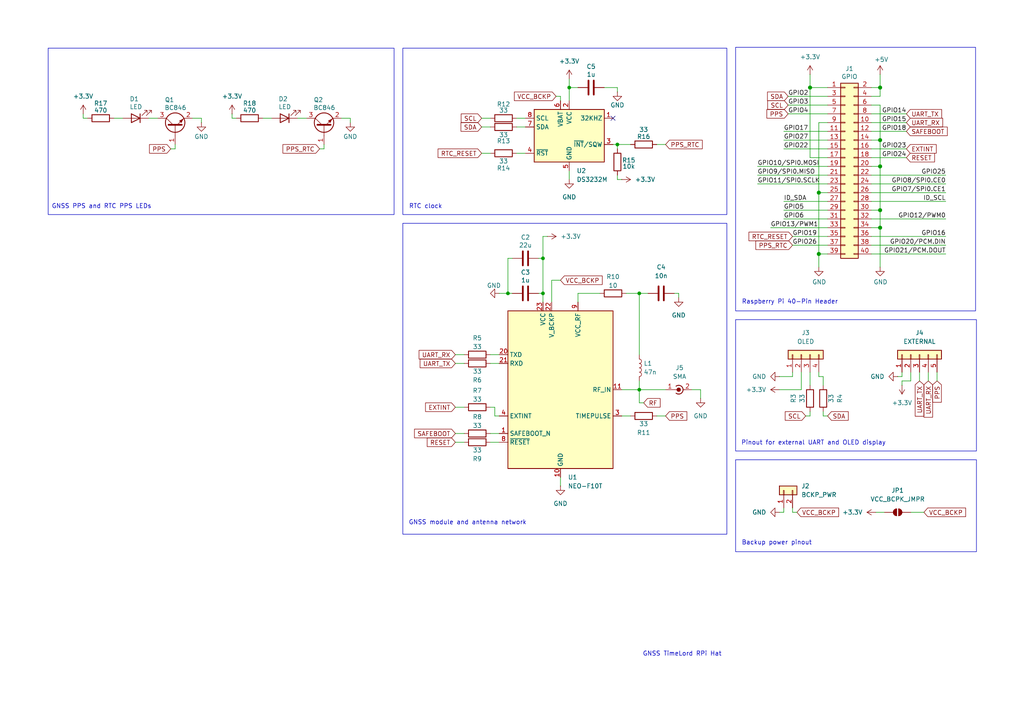
<source format=kicad_sch>
(kicad_sch (version 20250114) (generator "eeschema") (generator_version "9.0")
  (paper "A4")
  (title_block (date "15 nov 2012"))
  (lib_symbols
    (symbol "Connector:Conn_Coaxial_Power" (pin_names (offset 1.016) (hide yes))
      (property "Reference" "J" (at -5.08 -1.27 90))
      (property "Value" "Conn_Coaxial_Power" (at -3.175 -1.27 90))
      (symbol "Conn_Coaxial_Power_0_1"
        (arc (start 1.016 -0.508) (mid 1.2048 -0.8684) (end 1.27 -1.27) (stroke (width 0.254)))
        (polyline (pts (xy 0 0) (xy 0 -1.27)))
        (arc (start 1.27 -1.27) (mid 0 -2.5345) (end -1.27 -1.27) (stroke (width 0.254)))
        (arc (start -1.27 -1.27) (mid -1.2048 -0.8684) (end -1.016 -0.508) (stroke (width 0.254)))
        (circle (center 0 -1.27) (radius 0.508) (stroke (width 0.2032)) (fill (type outline)))
        (polyline (pts (xy 0 -2.54) (xy 0 -3.048)))
      )
      (symbol "Conn_Coaxial_Power_1_1"
        (pin passive line (at 0 2.54 270) (length 2.54) (name "In") (number "1"))
        (pin passive line (at 0 -5.08 90) (length 2.54) (name "Ext") (number "2"))
      )
    )
    (symbol "Connector_Generic:Conn_01x02" (pin_names (offset 1.016) (hide yes))
      (property "Reference" "J" (at 0 2.54 0))
      (property "Value" "Conn_01x02" (at 0 -5.08 0))
      (symbol "Conn_01x02_1_1"
        (rectangle (start -1.27 1.27) (end 1.27 -3.81) (stroke (width 0.254)) (fill (type background)))
        (rectangle (start -1.27 0.127) (end 0 -0.127) (stroke (width 0.1524)))
        (rectangle (start -1.27 -2.413) (end 0 -2.667) (stroke (width 0.1524)))
        (pin passive line (at -5.08 0 0) (length 3.81) (name "Pin_1") (number "1"))
        (pin passive line (at -5.08 -2.54 0) (length 3.81) (name "Pin_2") (number "2"))
      )
    )
    (symbol "Connector_Generic:Conn_01x04" (pin_names (offset 1.016) (hide yes))
      (property "Reference" "J" (at 0 5.08 0))
      (property "Value" "Conn_01x04" (at 0 -7.62 0))
      (symbol "Conn_01x04_1_1"
        (rectangle (start -1.27 3.81) (end 1.27 -6.35) (stroke (width 0.254)) (fill (type background)))
        (rectangle (start -1.27 2.667) (end 0 2.413) (stroke (width 0.1524)))
        (rectangle (start -1.27 0.127) (end 0 -0.127) (stroke (width 0.1524)))
        (rectangle (start -1.27 -2.413) (end 0 -2.667) (stroke (width 0.1524)))
        (rectangle (start -1.27 -4.953) (end 0 -5.207) (stroke (width 0.1524)))
        (pin passive line (at -5.08 2.54 0) (length 3.81) (name "Pin_1") (number "1"))
        (pin passive line (at -5.08 0 0) (length 3.81) (name "Pin_2") (number "2"))
        (pin passive line (at -5.08 -2.54 0) (length 3.81) (name "Pin_3") (number "3"))
        (pin passive line (at -5.08 -5.08 0) (length 3.81) (name "Pin_4") (number "4"))
      )
    )
    (symbol "Connector_Generic:Conn_01x05" (pin_names (offset 1.016) (hide yes))
      (property "Reference" "J" (at 0 7.62 0))
      (property "Value" "Conn_01x05" (at 0 -7.62 0))
      (symbol "Conn_01x05_1_1"
        (rectangle (start -1.27 6.35) (end 1.27 -6.35) (stroke (width 0.254)) (fill (type background)))
        (rectangle (start -1.27 5.207) (end 0 4.953) (stroke (width 0.1524)))
        (rectangle (start -1.27 2.667) (end 0 2.413) (stroke (width 0.1524)))
        (rectangle (start -1.27 0.127) (end 0 -0.127) (stroke (width 0.1524)))
        (rectangle (start -1.27 -2.413) (end 0 -2.667) (stroke (width 0.1524)))
        (rectangle (start -1.27 -4.953) (end 0 -5.207) (stroke (width 0.1524)))
        (pin passive line (at -5.08 5.08 0) (length 3.81) (name "Pin_1") (number "1"))
        (pin passive line (at -5.08 2.54 0) (length 3.81) (name "Pin_2") (number "2"))
        (pin passive line (at -5.08 0 0) (length 3.81) (name "Pin_3") (number "3"))
        (pin passive line (at -5.08 -2.54 0) (length 3.81) (name "Pin_4") (number "4"))
        (pin passive line (at -5.08 -5.08 0) (length 3.81) (name "Pin_5") (number "5"))
      )
    )
    (symbol "Connector_Generic:Conn_02x20_Odd_Even" (pin_names (offset 1.016) (hide yes))
      (property "Reference" "J" (at 1.27 25.4 0))
      (property "Value" "Conn_02x20_Odd_Even" (at 1.27 -27.94 0))
      (symbol "Conn_02x20_Odd_Even_1_1"
        (rectangle (start -1.27 24.13) (end 3.81 -26.67) (stroke (width 0.254)) (fill (type background)))
        (rectangle (start -1.27 22.987) (end 0 22.733) (stroke (width 0.1524)))
        (rectangle (start -1.27 20.447) (end 0 20.193) (stroke (width 0.1524)))
        (rectangle (start -1.27 17.907) (end 0 17.653) (stroke (width 0.1524)))
        (rectangle (start -1.27 15.367) (end 0 15.113) (stroke (width 0.1524)))
        (rectangle (start -1.27 12.827) (end 0 12.573) (stroke (width 0.1524)))
        (rectangle (start -1.27 10.287) (end 0 10.033) (stroke (width 0.1524)))
        (rectangle (start -1.27 7.747) (end 0 7.493) (stroke (width 0.1524)))
        (rectangle (start -1.27 5.207) (end 0 4.953) (stroke (width 0.1524)))
        (rectangle (start -1.27 2.667) (end 0 2.413) (stroke (width 0.1524)))
        (rectangle (start -1.27 0.127) (end 0 -0.127) (stroke (width 0.1524)))
        (rectangle (start -1.27 -2.413) (end 0 -2.667) (stroke (width 0.1524)))
        (rectangle (start -1.27 -4.953) (end 0 -5.207) (stroke (width 0.1524)))
        (rectangle (start -1.27 -7.493) (end 0 -7.747) (stroke (width 0.1524)))
        (rectangle (start -1.27 -10.033) (end 0 -10.287) (stroke (width 0.1524)))
        (rectangle (start -1.27 -12.573) (end 0 -12.827) (stroke (width 0.1524)))
        (rectangle (start -1.27 -15.113) (end 0 -15.367) (stroke (width 0.1524)))
        (rectangle (start -1.27 -17.653) (end 0 -17.907) (stroke (width 0.1524)))
        (rectangle (start -1.27 -20.193) (end 0 -20.447) (stroke (width 0.1524)))
        (rectangle (start -1.27 -22.733) (end 0 -22.987) (stroke (width 0.1524)))
        (rectangle (start -1.27 -25.273) (end 0 -25.527) (stroke (width 0.1524)))
        (rectangle (start 3.81 22.987) (end 2.54 22.733) (stroke (width 0.1524)))
        (rectangle (start 3.81 20.447) (end 2.54 20.193) (stroke (width 0.1524)))
        (rectangle (start 3.81 17.907) (end 2.54 17.653) (stroke (width 0.1524)))
        (rectangle (start 3.81 15.367) (end 2.54 15.113) (stroke (width 0.1524)))
        (rectangle (start 3.81 12.827) (end 2.54 12.573) (stroke (width 0.1524)))
        (rectangle (start 3.81 10.287) (end 2.54 10.033) (stroke (width 0.1524)))
        (rectangle (start 3.81 7.747) (end 2.54 7.493) (stroke (width 0.1524)))
        (rectangle (start 3.81 5.207) (end 2.54 4.953) (stroke (width 0.1524)))
        (rectangle (start 3.81 2.667) (end 2.54 2.413) (stroke (width 0.1524)))
        (rectangle (start 3.81 0.127) (end 2.54 -0.127) (stroke (width 0.1524)))
        (rectangle (start 3.81 -2.413) (end 2.54 -2.667) (stroke (width 0.1524)))
        (rectangle (start 3.81 -4.953) (end 2.54 -5.207) (stroke (width 0.1524)))
        (rectangle (start 3.81 -7.493) (end 2.54 -7.747) (stroke (width 0.1524)))
        (rectangle (start 3.81 -10.033) (end 2.54 -10.287) (stroke (width 0.1524)))
        (rectangle (start 3.81 -12.573) (end 2.54 -12.827) (stroke (width 0.1524)))
        (rectangle (start 3.81 -15.113) (end 2.54 -15.367) (stroke (width 0.1524)))
        (rectangle (start 3.81 -17.653) (end 2.54 -17.907) (stroke (width 0.1524)))
        (rectangle (start 3.81 -20.193) (end 2.54 -20.447) (stroke (width 0.1524)))
        (rectangle (start 3.81 -22.733) (end 2.54 -22.987) (stroke (width 0.1524)))
        (rectangle (start 3.81 -25.273) (end 2.54 -25.527) (stroke (width 0.1524)))
        (pin passive line (at -5.08 22.86 0) (length 3.81) (name "Pin_1") (number "1"))
        (pin passive line (at -5.08 20.32 0) (length 3.81) (name "Pin_3") (number "3"))
        (pin passive line (at -5.08 17.78 0) (length 3.81) (name "Pin_5") (number "5"))
        (pin passive line (at -5.08 15.24 0) (length 3.81) (name "Pin_7") (number "7"))
        (pin passive line (at -5.08 12.7 0) (length 3.81) (name "Pin_9") (number "9"))
        (pin passive line (at -5.08 10.16 0) (length 3.81) (name "Pin_11") (number "11"))
        (pin passive line (at -5.08 7.62 0) (length 3.81) (name "Pin_13") (number "13"))
        (pin passive line (at -5.08 5.08 0) (length 3.81) (name "Pin_15") (number "15"))
        (pin passive line (at -5.08 2.54 0) (length 3.81) (name "Pin_17") (number "17"))
        (pin passive line (at -5.08 0 0) (length 3.81) (name "Pin_19") (number "19"))
        (pin passive line (at -5.08 -2.54 0) (length 3.81) (name "Pin_21") (number "21"))
        (pin passive line (at -5.08 -5.08 0) (length 3.81) (name "Pin_23") (number "23"))
        (pin passive line (at -5.08 -7.62 0) (length 3.81) (name "Pin_25") (number "25"))
        (pin passive line (at -5.08 -10.16 0) (length 3.81) (name "Pin_27") (number "27"))
        (pin passive line (at -5.08 -12.7 0) (length 3.81) (name "Pin_29") (number "29"))
        (pin passive line (at -5.08 -15.24 0) (length 3.81) (name "Pin_31") (number "31"))
        (pin passive line (at -5.08 -17.78 0) (length 3.81) (name "Pin_33") (number "33"))
        (pin passive line (at -5.08 -20.32 0) (length 3.81) (name "Pin_35") (number "35"))
        (pin passive line (at -5.08 -22.86 0) (length 3.81) (name "Pin_37") (number "37"))
        (pin passive line (at -5.08 -25.4 0) (length 3.81) (name "Pin_39") (number "39"))
        (pin passive line (at 7.62 22.86 180) (length 3.81) (name "Pin_2") (number "2"))
        (pin passive line (at 7.62 20.32 180) (length 3.81) (name "Pin_4") (number "4"))
        (pin passive line (at 7.62 17.78 180) (length 3.81) (name "Pin_6") (number "6"))
        (pin passive line (at 7.62 15.24 180) (length 3.81) (name "Pin_8") (number "8"))
        (pin passive line (at 7.62 12.7 180) (length 3.81) (name "Pin_10") (number "10"))
        (pin passive line (at 7.62 10.16 180) (length 3.81) (name "Pin_12") (number "12"))
        (pin passive line (at 7.62 7.62 180) (length 3.81) (name "Pin_14") (number "14"))
        (pin passive line (at 7.62 5.08 180) (length 3.81) (name "Pin_16") (number "16"))
        (pin passive line (at 7.62 2.54 180) (length 3.81) (name "Pin_18") (number "18"))
        (pin passive line (at 7.62 0 180) (length 3.81) (name "Pin_20") (number "20"))
        (pin passive line (at 7.62 -2.54 180) (length 3.81) (name "Pin_22") (number "22"))
        (pin passive line (at 7.62 -5.08 180) (length 3.81) (name "Pin_24") (number "24"))
        (pin passive line (at 7.62 -7.62 180) (length 3.81) (name "Pin_26") (number "26"))
        (pin passive line (at 7.62 -10.16 180) (length 3.81) (name "Pin_28") (number "28"))
        (pin passive line (at 7.62 -12.7 180) (length 3.81) (name "Pin_30") (number "30"))
        (pin passive line (at 7.62 -15.24 180) (length 3.81) (name "Pin_32") (number "32"))
        (pin passive line (at 7.62 -17.78 180) (length 3.81) (name "Pin_34") (number "34"))
        (pin passive line (at 7.62 -20.32 180) (length 3.81) (name "Pin_36") (number "36"))
        (pin passive line (at 7.62 -22.86 180) (length 3.81) (name "Pin_38") (number "38"))
        (pin passive line (at 7.62 -25.4 180) (length 3.81) (name "Pin_40") (number "40"))
      )
    )
    (symbol "Device:C" (pin_numbers (hide yes)) (pin_names (offset 0.254))
      (property "Reference" "C" (at 0.635 2.54 0))
      (property "Value" "C" (at 0.635 -2.54 0))
      (symbol "C_0_1"
        (polyline (pts (xy -2.032 0.762) (xy 2.032 0.762)) (stroke (width 0.508)))
        (polyline (pts (xy -2.032 -0.762) (xy 2.032 -0.762)) (stroke (width 0.508)))
      )
      (symbol "C_1_1"
        (pin passive line (at 0 3.81 270) (length 2.794) (name "~") (number "1"))
        (pin passive line (at 0 -3.81 90) (length 2.794) (name "~") (number "2"))
      )
    )
    (symbol "Device:L" (pin_numbers (hide yes)) (pin_names (offset 1.016) (hide yes))
      (property "Reference" "L" (at -1.27 0 90))
      (property "Value" "L" (at 1.905 0 90))
      (symbol "L_0_1"
        (arc (start 0 2.54) (mid 0.6323 1.905) (end 0 1.27))
        (arc (start 0 1.27) (mid 0.6323 0.635) (end 0 0))
        (arc (start 0 0) (mid 0.6323 -0.635) (end 0 -1.27))
        (arc (start 0 -1.27) (mid 0.6323 -1.905) (end 0 -2.54))
      )
      (symbol "L_1_1"
        (pin passive line (at 0 3.81 270) (length 1.27) (name "1") (number "1"))
        (pin passive line (at 0 -3.81 90) (length 1.27) (name "2") (number "2"))
      )
    )
    (symbol "Device:LED" (pin_numbers (hide yes)) (pin_names (offset 1.016) (hide yes))
      (property "Reference" "D" (at 0 2.54 0))
      (property "Value" "LED" (at 0 -2.54 0))
      (symbol "LED_0_1"
        (polyline (pts (xy -3.048 -0.762) (xy -4.572 -2.286) (xy -3.81 -2.286) (xy -4.572 -2.286) (xy -4.572 -1.524)))
        (polyline (pts (xy -1.778 -0.762) (xy -3.302 -2.286) (xy -2.54 -2.286) (xy -3.302 -2.286) (xy -3.302 -1.524)))
        (polyline (pts (xy -1.27 0) (xy 1.27 0)))
        (polyline (pts (xy -1.27 -1.27) (xy -1.27 1.27)) (stroke (width 0.254)))
        (polyline (pts (xy 1.27 -1.27) (xy 1.27 1.27) (xy -1.27 0) (xy 1.27 -1.27)) (stroke (width 0.254)))
      )
      (symbol "LED_1_1"
        (pin passive line (at -3.81 0 0) (length 2.54) (name "K") (number "1"))
        (pin passive line (at 3.81 0 180) (length 2.54) (name "A") (number "2"))
      )
    )
    (symbol "Device:R" (pin_numbers (hide yes)) (pin_names (offset 0))
      (property "Reference" "R" (at 2.032 0 90))
      (property "Value" "R" (at 0 0 90))
      (symbol "R_0_1"
        (rectangle (start -1.016 -2.54) (end 1.016 2.54) (stroke (width 0.254)))
      )
      (symbol "R_1_1"
        (pin passive line (at 0 3.81 270) (length 1.27) (name "~") (number "1"))
        (pin passive line (at 0 -3.81 90) (length 1.27) (name "~") (number "2"))
      )
    )
    (symbol "Jumper:SolderJumper_2_Open" (pin_numbers (hide yes)) (pin_names (offset 0) (hide yes)) (exclude_from_sim yes) (in_bom no)
      (property "Reference" "JP" (at 0 2.032 0))
      (property "Value" "SolderJumper_2_Open" (at 0 -2.54 0))
      (symbol "SolderJumper_2_Open_0_1"
        (polyline (pts (xy -0.254 1.016) (xy -0.254 -1.016)))
        (arc (start -0.254 -1.016) (mid -1.2656 0) (end -0.254 1.016))
        (arc (start -0.254 -1.016) (mid -1.2656 0) (end -0.254 1.016) (fill (type outline)))
        (arc (start 0.254 1.016) (mid 1.2656 0) (end 0.254 -1.016))
        (arc (start 0.254 1.016) (mid 1.2656 0) (end 0.254 -1.016) (fill (type outline)))
        (polyline (pts (xy 0.254 1.016) (xy 0.254 -1.016)))
      )
      (symbol "SolderJumper_2_Open_1_1"
        (pin passive line (at -3.81 0 0) (length 2.54) (name "A") (number "1"))
        (pin passive line (at 3.81 0 180) (length 2.54) (name "B") (number "2"))
      )
    )
    (symbol "Timer_RTC:DS3232M"
      (property "Reference" "U" (at -7.62 8.89 0))
      (property "Value" "DS3232M" (at 10.16 8.89 0))
      (symbol "DS3232M_0_1"
        (rectangle (start -10.16 7.62) (end 10.16 -7.62) (stroke (width 0.254)) (fill (type background)))
      )
      (symbol "DS3232M_1_1"
        (pin input line (at -12.7 5.08 0) (length 2.54) (name "SCL") (number "8"))
        (pin bidirectional line (at -12.7 2.54 0) (length 2.54) (name "SDA") (number "7"))
        (pin bidirectional line (at -12.7 -5.08 0) (length 2.54) (name "~{RST}") (number "4"))
        (pin power_in line (at -2.54 10.16 270) (length 2.54) (name "VBAT") (number "6"))
        (pin power_in line (at 0 10.16 270) (length 2.54) (name "VCC") (number "2"))
        (pin power_in line (at 0 -10.16 90) (length 2.54) (name "GND") (number "5"))
        (pin output line (at 12.7 5.08 180) (length 2.54) (name "32KHZ") (number "1"))
        (pin open_collector line (at 12.7 -2.54 180) (length 2.54) (name "~{INT}/SQW") (number "3"))
      )
    )
    (symbol "Transistor_BJT:BC846" (pin_names (offset 0) (hide yes))
      (property "Reference" "Q" (at 5.08 1.905 0))
      (property "Value" "BC846" (at 5.08 0 0))
      (symbol "BC846_0_1"
        (polyline (pts (xy -2.54 0) (xy 0.635 0)))
        (polyline (pts (xy 0.635 1.905) (xy 0.635 -1.905)) (stroke (width 0.508)))
        (circle (center 1.27 0) (radius 2.8194) (stroke (width 0.254)))
      )
      (symbol "BC846_1_1"
        (polyline (pts (xy 0.635 0.635) (xy 2.54 2.54)))
        (polyline (pts (xy 0.635 -0.635) (xy 2.54 -2.54)))
        (polyline (pts (xy 1.27 -1.778) (xy 1.778 -1.27) (xy 2.286 -2.286) (xy 1.27 -1.778)) (fill (type outline)))
        (pin input line (at -5.08 0 0) (length 2.54) (name "B") (number "1"))
        (pin passive line (at 2.54 5.08 270) (length 2.54) (name "C") (number "3"))
        (pin passive line (at 2.54 -5.08 90) (length 2.54) (name "E") (number "2"))
      )
    )
    (symbol "neo-f10t:NEO-F10T"
      (property "Reference" "U" (at -13.97 24.13 0))
      (property "Value" "NEO-F10T" (at 11.43 24.13 0))
      (symbol "NEO-F10T_0_1"
        (rectangle (start -15.24 22.86) (end 15.24 -22.86) (stroke (width 0.254)) (fill (type background)))
      )
      (symbol "NEO-F10T_1_1"
        (pin output line (at -17.78 10.16 0) (length 2.54) (name "TXD") (number "20"))
        (pin input line (at -17.78 7.62 0) (length 2.54) (name "RXD") (number "21"))
        (pin input line (at -17.78 -7.62 0) (length 2.54) (name "EXTINT") (number "4"))
        (pin bidirectional line (at -17.78 -12.7 0) (length 2.54) (name "SAFEBOOT_N") (number "1"))
        (pin input line (at -17.78 -15.24 0) (length 2.54) (name "~{RESET}") (number "8"))
        (pin no_connect line (at -15.24 17.78 0) (length 2.54) (hide yes) (name "RESERVED") (number "5"))
        (pin no_connect line (at -15.24 15.24 0) (length 2.54) (hide yes) (name "RESERVED") (number "6"))
        (pin no_connect line (at -15.24 2.54 0) (length 2.54) (hide yes) (name "RESERVED") (number "18"))
        (pin no_connect line (at -15.24 0 0) (length 2.54) (hide yes) (name "RESERVED") (number "19"))
        (pin no_connect line (at -15.24 -5.08 0) (length 2.54) (hide yes) (name "RESERVED") (number "15"))
        (pin no_connect line (at -15.24 -17.78 0) (length 2.54) (hide yes) (name "RESERVED") (number "2"))
        (pin power_in line (at -5.08 25.4 270) (length 2.54) (name "VCC") (number "23"))
        (pin power_in line (at -2.54 25.4 270) (length 2.54) (name "V_BCKP") (number "22"))
        (pin no_connect line (at 0 22.86 270) (length 2.54) (hide yes) (name "RESERVED") (number "7"))
        (pin power_in line (at 0 -25.4 90) (length 2.54) (name "GND") (number "10"))
        (pin passive line (at 0 -25.4 90) (length 2.54) (hide yes) (name "GND") (number "12"))
        (pin passive line (at 0 -25.4 90) (length 2.54) (hide yes) (name "GND") (number "13"))
        (pin passive line (at 0 -25.4 90) (length 2.54) (hide yes) (name "GND") (number "24"))
        (pin power_out line (at 5.08 25.4 270) (length 2.54) (name "VCC_RF") (number "9"))
        (pin no_connect line (at 15.24 5.08 180) (length 2.54) (hide yes) (name "RESERVED") (number "14"))
        (pin no_connect line (at 15.24 -10.16 180) (length 2.54) (hide yes) (name "RESERVED") (number "16"))
        (pin no_connect line (at 15.24 -12.7 180) (length 2.54) (hide yes) (name "RESERVED") (number "17"))
        (pin input line (at 17.78 0 180) (length 2.54) (name "RF_IN") (number "11"))
        (pin output line (at 17.78 -7.62 180) (length 2.54) (name "TIMEPULSE") (number "3"))
      )
    )
    (symbol "power:+3.3V" (power) (pin_numbers (hide yes)) (pin_names (offset 0) (hide yes))
      (property "Value" "+3.3V" (at 0 3.556 0))
      (symbol "+3.3V_0_1"
        (polyline (pts (xy -0.762 1.27) (xy 0 2.54)))
        (polyline (pts (xy 0 2.54) (xy 0.762 1.27)))
        (polyline (pts (xy 0 0) (xy 0 2.54)))
      )
      (symbol "+3.3V_1_1"
        (pin power_in line (at 0 0 90) (length 0) (name "~") (number "1"))
      )
    )
    (symbol "power:+5V" (power) (pin_numbers (hide yes)) (pin_names (offset 0) (hide yes))
      (property "Value" "+5V" (at 0 3.556 0))
      (symbol "+5V_0_1"
        (polyline (pts (xy -0.762 1.27) (xy 0 2.54)))
        (polyline (pts (xy 0 2.54) (xy 0.762 1.27)))
        (polyline (pts (xy 0 0) (xy 0 2.54)))
      )
      (symbol "+5V_1_1"
        (pin power_in line (at 0 0 90) (length 0) (name "~") (number "1"))
      )
    )
    (symbol "power:GND" (power) (pin_numbers (hide yes)) (pin_names (offset 0) (hide yes))
      (property "Value" "GND" (at 0 -3.81 0))
      (symbol "GND_0_1"
        (polyline (pts (xy 0 0) (xy 0 -1.27) (xy 1.27 -1.27) (xy 0 -2.54) (xy -1.27 -1.27) (xy 0 -1.27)))
      )
      (symbol "GND_1_1"
        (pin power_in line (at 0 0 270) (length 0) (name "~") (number "1"))
      )
    )
  )
  (rectangle (start 213.36 92.71) (end 283.21 130.81))
  (rectangle (start 213.36 13.716) (end 282.956 90.17))
  (rectangle (start 116.84 13.97) (end 210.82 62.23))
  (rectangle (start 13.97 13.97) (end 114.3 62.23))
  (rectangle (start 213.36 133.35) (end 283.21 160.02))
  (rectangle (start 116.84 64.77) (end 210.82 154.94))
  (text "RTC clock" (at 123.444 59.944 0) (effects (font (size 1.27 1.27))))
  (text "GNSS PPS and RTC PPS LEDs\n" (at 29.464 59.944 0) (effects (font (size 1.27 1.27))))
  (text "Backup power pinout" (at 225.298 157.48 0) (effects (font (size 1.27 1.27))))
  (text "GNSS TimeLord RPi Hat" (at 197.866 189.738 0) (effects (font (size 1.27 1.27))))
  (text "Pinout for external UART and OLED display" (at 235.966 128.524 0) (effects (font (size 1.27 1.27))))
  (text "GNSS module and antenna network" (at 135.636 151.638 0) (effects (font (size 1.27 1.27))))
  (text "Raspberry Pi 40-Pin Header" (at 229.108 87.63 0) (effects (font (size 1.27 1.27))))
  (junction (at 255.27 25.4) (diameter 1.016))
  (junction (at 255.27 40.64) (diameter 1.016))
  (junction (at 179.07 41.91))
  (junction (at 157.48 74.93))
  (junction (at 165.1 25.4))
  (junction (at 237.49 73.66) (diameter 1.016))
  (junction (at 237.49 55.88) (diameter 1.016))
  (junction (at 185.42 113.03))
  (junction (at 147.32 85.09))
  (junction (at 255.27 66.04) (diameter 1.016))
  (junction (at 255.27 60.96) (diameter 1.016))
  (junction (at 255.27 48.26) (diameter 1.016))
  (junction (at 157.48 85.09))
  (junction (at 185.42 85.09))
  (junction (at 234.95 25.4) (diameter 1.016))
  (no_connect (at 177.8 34.29))
  (wire (pts (xy 237.49 55.88) (xy 237.49 73.66)))
  (wire (pts (xy 252.73 55.88) (xy 274.32 55.88)))
  (wire (pts (xy 196.85 86.36) (xy 196.85 85.09)))
  (wire (pts (xy 240.03 38.1) (xy 227.33 38.1)))
  (wire (pts (xy 234.95 120.65) (xy 233.68 120.65)))
  (wire (pts (xy 58.42 34.29) (xy 58.42 35.56)))
  (wire (pts (xy 229.87 109.22) (xy 229.87 107.95)))
  (wire (pts (xy 227.33 148.59) (xy 227.33 147.32)))
  (wire (pts (xy 255.27 30.48) (xy 255.27 40.64)))
  (wire (pts (xy 255.27 48.26) (xy 252.73 48.26)))
  (wire (pts (xy 142.24 125.73) (xy 144.78 125.73)))
  (wire (pts (xy 92.71 43.18) (xy 93.98 43.18)))
  (wire (pts (xy 165.1 25.4) (xy 165.1 22.86)))
  (wire (pts (xy 149.86 44.45) (xy 152.4 44.45)))
  (wire (pts (xy 261.62 110.49) (xy 261.62 111.76)))
  (wire (pts (xy 255.27 60.96) (xy 255.27 66.04)))
  (wire (pts (xy 147.32 74.93) (xy 148.59 74.93)))
  (wire (pts (xy 226.06 109.22) (xy 229.87 109.22)))
  (wire (pts (xy 179.07 26.67) (xy 179.07 25.4)))
  (wire (pts (xy 147.32 85.09) (xy 147.32 74.93)))
  (wire (pts (xy 142.24 105.41) (xy 144.78 105.41)))
  (wire (pts (xy 143.51 118.11) (xy 143.51 120.65)))
  (wire (pts (xy 238.76 109.22) (xy 238.76 111.76)))
  (wire (pts (xy 180.34 52.07) (xy 179.07 52.07)))
  (wire (pts (xy 255.27 48.26) (xy 255.27 60.96)))
  (wire (pts (xy 252.73 33.02) (xy 262.89 33.02)))
  (wire (pts (xy 139.7 44.45) (xy 142.24 44.45)))
  (wire (pts (xy 237.49 35.56) (xy 237.49 55.88)))
  (wire (pts (xy 266.7 107.95) (xy 266.7 110.49)))
  (wire (pts (xy 24.13 34.29) (xy 25.4 34.29)))
  (wire (pts (xy 261.62 109.22) (xy 261.62 107.95)))
  (wire (pts (xy 157.48 87.63) (xy 157.48 85.09)))
  (wire (pts (xy 24.13 33.02) (xy 24.13 34.29)))
  (wire (pts (xy 237.49 35.56) (xy 240.03 35.56)))
  (wire (pts (xy 252.73 53.34) (xy 274.32 53.34)))
  (wire (pts (xy 49.53 43.18) (xy 50.8 43.18)))
  (wire (pts (xy 240.03 58.42) (xy 227.33 58.42)))
  (wire (pts (xy 234.95 120.65) (xy 234.95 119.38)))
  (wire (pts (xy 227.33 60.96) (xy 240.03 60.96)))
  (wire (pts (xy 179.07 52.07) (xy 179.07 50.8)))
  (wire (pts (xy 149.86 34.29) (xy 152.4 34.29)))
  (wire (pts (xy 240.03 120.65) (xy 238.76 120.65)))
  (wire (pts (xy 156.21 85.09) (xy 157.48 85.09)))
  (wire (pts (xy 101.6 34.29) (xy 101.6 35.56)))
  (wire (pts (xy 237.49 55.88) (xy 240.03 55.88)))
  (wire (pts (xy 252.73 43.18) (xy 262.89 43.18)))
  (wire (pts (xy 162.56 27.94) (xy 161.29 27.94)))
  (wire (pts (xy 226.06 148.59) (xy 227.33 148.59)))
  (wire (pts (xy 142.24 128.27) (xy 144.78 128.27)))
  (wire (pts (xy 139.7 36.83) (xy 142.24 36.83)))
  (wire (pts (xy 252.73 73.66) (xy 274.32 73.66)))
  (wire (pts (xy 237.49 73.66) (xy 237.49 77.47)))
  (wire (pts (xy 227.33 40.64) (xy 240.03 40.64)))
  (wire (pts (xy 157.48 68.58) (xy 158.75 68.58)))
  (wire (pts (xy 234.95 21.59) (xy 234.95 25.4)))
  (wire (pts (xy 226.06 113.03) (xy 232.41 113.03)))
  (wire (pts (xy 180.34 113.03) (xy 185.42 113.03)))
  (wire (pts (xy 271.78 107.95) (xy 271.78 110.49)))
  (wire (pts (xy 147.32 85.09) (xy 148.59 85.09)))
  (wire (pts (xy 177.8 41.91) (xy 179.07 41.91)))
  (wire (pts (xy 43.18 34.29) (xy 45.72 34.29)))
  (wire (pts (xy 203.2 113.03) (xy 200.66 113.03)))
  (wire (pts (xy 255.27 66.04) (xy 252.73 66.04)))
  (wire (pts (xy 33.02 34.29) (xy 35.56 34.29)))
  (wire (pts (xy 67.31 34.29) (xy 68.58 34.29)))
  (wire (pts (xy 228.6 30.48) (xy 240.03 30.48)))
  (wire (pts (xy 165.1 49.53) (xy 165.1 52.07)))
  (wire (pts (xy 181.61 85.09) (xy 185.42 85.09)))
  (wire (pts (xy 219.71 53.34) (xy 240.03 53.34)))
  (wire (pts (xy 261.62 110.49) (xy 264.16 110.49)))
  (wire (pts (xy 234.95 45.72) (xy 240.03 45.72)))
  (wire (pts (xy 101.6 34.29) (xy 99.06 34.29)))
  (wire (pts (xy 240.03 27.94) (xy 228.6 27.94)))
  (wire (pts (xy 260.35 109.22) (xy 261.62 109.22)))
  (wire (pts (xy 255.27 25.4) (xy 255.27 27.94)))
  (wire (pts (xy 132.08 118.11) (xy 134.62 118.11)))
  (wire (pts (xy 160.02 81.28) (xy 162.56 81.28)))
  (wire (pts (xy 196.85 85.09) (xy 195.58 85.09)))
  (wire (pts (xy 229.87 148.59) (xy 229.87 147.32)))
  (wire (pts (xy 255.27 40.64) (xy 255.27 48.26)))
  (wire (pts (xy 252.73 38.1) (xy 262.89 38.1)))
  (wire (pts (xy 255.27 40.64) (xy 252.73 40.64)))
  (wire (pts (xy 264.16 148.59) (xy 267.97 148.59)))
  (wire (pts (xy 162.56 29.21) (xy 162.56 27.94)))
  (wire (pts (xy 255.27 21.59) (xy 255.27 25.4)))
  (wire (pts (xy 228.6 33.02) (xy 240.03 33.02)))
  (wire (pts (xy 255.27 25.4) (xy 252.73 25.4)))
  (wire (pts (xy 229.87 68.58) (xy 240.03 68.58)))
  (wire (pts (xy 234.95 25.4) (xy 234.95 45.72)))
  (wire (pts (xy 252.73 45.72) (xy 262.89 45.72)))
  (wire (pts (xy 142.24 118.11) (xy 143.51 118.11)))
  (wire (pts (xy 252.73 35.56) (xy 262.89 35.56)))
  (wire (pts (xy 50.8 43.18) (xy 50.8 41.91)))
  (wire (pts (xy 185.42 102.87) (xy 185.42 85.09)))
  (wire (pts (xy 76.2 34.29) (xy 78.74 34.29)))
  (wire (pts (xy 238.76 120.65) (xy 238.76 119.38)))
  (wire (pts (xy 227.33 43.18) (xy 240.03 43.18)))
  (wire (pts (xy 157.48 74.93) (xy 157.48 85.09)))
  (wire (pts (xy 219.71 50.8) (xy 240.03 50.8)))
  (wire (pts (xy 167.64 25.4) (xy 165.1 25.4)))
  (wire (pts (xy 132.08 102.87) (xy 134.62 102.87)))
  (wire (pts (xy 269.24 107.95) (xy 269.24 110.49)))
  (wire (pts (xy 139.7 34.29) (xy 142.24 34.29)))
  (wire (pts (xy 234.95 107.95) (xy 234.95 111.76)))
  (wire (pts (xy 227.33 63.5) (xy 240.03 63.5)))
  (wire (pts (xy 58.42 34.29) (xy 55.88 34.29)))
  (wire (pts (xy 255.27 27.94) (xy 252.73 27.94)))
  (wire (pts (xy 193.04 120.65) (xy 190.5 120.65)))
  (wire (pts (xy 67.31 33.02) (xy 67.31 34.29)))
  (wire (pts (xy 252.73 68.58) (xy 274.32 68.58)))
  (wire (pts (xy 93.98 43.18) (xy 93.98 41.91)))
  (wire (pts (xy 252.73 63.5) (xy 274.32 63.5)))
  (wire (pts (xy 237.49 73.66) (xy 240.03 73.66)))
  (wire (pts (xy 143.51 120.65) (xy 144.78 120.65)))
  (wire (pts (xy 238.76 109.22) (xy 237.49 109.22)))
  (wire (pts (xy 252.73 71.12) (xy 274.32 71.12)))
  (wire (pts (xy 132.08 105.41) (xy 134.62 105.41)))
  (wire (pts (xy 264.16 110.49) (xy 264.16 107.95)))
  (wire (pts (xy 255.27 30.48) (xy 252.73 30.48)))
  (wire (pts (xy 229.87 71.12) (xy 240.03 71.12)))
  (wire (pts (xy 185.42 110.49) (xy 185.42 113.03)))
  (wire (pts (xy 157.48 68.58) (xy 157.48 74.93)))
  (wire (pts (xy 175.26 25.4) (xy 179.07 25.4)))
  (wire (pts (xy 232.41 113.03) (xy 232.41 107.95)))
  (wire (pts (xy 203.2 115.57) (xy 203.2 113.03)))
  (wire (pts (xy 132.08 125.73) (xy 134.62 125.73)))
  (wire (pts (xy 237.49 109.22) (xy 237.49 107.95)))
  (wire (pts (xy 231.14 148.59) (xy 229.87 148.59)))
  (wire (pts (xy 162.56 138.43) (xy 162.56 140.97)))
  (wire (pts (xy 179.07 43.18) (xy 179.07 41.91)))
  (wire (pts (xy 167.64 85.09) (xy 173.99 85.09)))
  (wire (pts (xy 255.27 66.04) (xy 255.27 77.47)))
  (wire (pts (xy 167.64 87.63) (xy 167.64 85.09)))
  (wire (pts (xy 252.73 50.8) (xy 274.32 50.8)))
  (wire (pts (xy 240.03 66.04) (xy 223.52 66.04)))
  (wire (pts (xy 160.02 81.28) (xy 160.02 87.63)))
  (wire (pts (xy 165.1 25.4) (xy 165.1 29.21)))
  (wire (pts (xy 187.96 85.09) (xy 185.42 85.09)))
  (wire (pts (xy 86.36 34.29) (xy 88.9 34.29)))
  (wire (pts (xy 156.21 74.93) (xy 157.48 74.93)))
  (wire (pts (xy 255.27 60.96) (xy 252.73 60.96)))
  (wire (pts (xy 185.42 113.03) (xy 193.04 113.03)))
  (wire (pts (xy 234.95 25.4) (xy 240.03 25.4)))
  (wire (pts (xy 185.42 116.84) (xy 185.42 113.03)))
  (wire (pts (xy 132.08 128.27) (xy 134.62 128.27)))
  (wire (pts (xy 190.5 41.91) (xy 193.04 41.91)))
  (wire (pts (xy 142.24 102.87) (xy 144.78 102.87)))
  (wire (pts (xy 186.69 116.84) (xy 185.42 116.84)))
  (wire (pts (xy 144.78 85.09) (xy 147.32 85.09)))
  (wire (pts (xy 180.34 120.65) (xy 182.88 120.65)))
  (wire (pts (xy 240.03 48.26) (xy 219.71 48.26)))
  (wire (pts (xy 252.73 58.42) (xy 274.32 58.42)))
  (wire (pts (xy 179.07 41.91) (xy 182.88 41.91)))
  (wire (pts (xy 149.86 36.83) (xy 152.4 36.83)))
  (wire (pts (xy 254 148.59) (xy 256.54 148.59)))
  (label "ID_SDA" (at 227.33 58.42 0))
  (label "GPIO6" (at 227.33 63.5 0))
  (label "ID_SCL" (at 274.32 58.42 180))
  (label "GPIO5" (at 227.33 60.96 0))
  (label "GPIO21{slash}PCM.DOUT" (at 274.32 73.66 180))
  (label "GPIO19" (at 229.87 68.58 0))
  (label "GPIO10{slash}SPI0.MOSI" (at 219.71 48.26 0))
  (label "GPIO9{slash}SPI0.MISO" (at 219.71 50.8 0))
  (label "GPIO23" (at 262.89 43.18 180))
  (label "GPIO4" (at 228.6 33.02 0))
  (label "GPIO27" (at 227.33 40.64 0))
  (label "GPIO26" (at 229.87 71.12 0))
  (label "GPIO14" (at 262.89 33.02 180))
  (label "GPIO8{slash}SPI0.CE0" (at 274.32 53.34 180))
  (label "GPIO15" (at 262.89 35.56 180))
  (label "GPIO16" (at 274.32 68.58 180))
  (label "GPIO22" (at 227.33 43.18 0))
  (label "GPIO2" (at 228.6 27.94 0))
  (label "GPIO17" (at 227.33 38.1 0))
  (label "GPIO25" (at 274.32 50.8 180))
  (label "GPIO3" (at 228.6 30.48 0))
  (label "GPIO18" (at 262.89 38.1 180))
  (label "GPIO12{slash}PWM0" (at 274.32 63.5 180))
  (label "GPIO13{slash}PWM1" (at 223.52 66.04 0))
  (label "GPIO20{slash}PCM.DIN" (at 274.32 71.12 180))
  (label "GPIO24" (at 262.89 45.72 180))
  (label "GPIO7{slash}SPI0.CE1" (at 274.32 55.88 180))
  (label "GPIO11{slash}SPI0.SCLK" (at 219.71 53.34 0))
  (global_label "SAFEBOOT" (shape input) (at 132.08 125.73 180) (property "Intersheetrefs" "${INTERSHEET_REFS}" (effects (hide yes))))
  (global_label "RESET" (shape input) (at 132.08 128.27 180) (property "Intersheetrefs" "${INTERSHEET_REFS}" (effects (hide yes))))
  (global_label "UART_RX" (shape input) (at 269.24 110.49 270) (property "Intersheetrefs" "${INTERSHEET_REFS}" (effects (hide yes))))
  (global_label "UART_TX" (shape input) (at 262.89 33.02 0) (property "Intersheetrefs" "${INTERSHEET_REFS}" (effects (hide yes))))
  (global_label "PPS" (shape input) (at 228.6 33.02 180) (property "Intersheetrefs" "${INTERSHEET_REFS}" (effects (hide yes))))
  (global_label "VCC_BCKP" (shape input) (at 231.14 148.59 0) (property "Intersheetrefs" "${INTERSHEET_REFS}" (effects (hide yes))))
  (global_label "PPS_RTC" (shape input) (at 229.87 71.12 180) (property "Intersheetrefs" "${INTERSHEET_REFS}" (effects (hide yes))))
  (global_label "SCL" (shape input) (at 228.6 30.48 180) (property "Intersheetrefs" "${INTERSHEET_REFS}" (effects (hide yes))))
  (global_label "VCC_BCKP" (shape input) (at 161.29 27.94 180) (property "Intersheetrefs" "${INTERSHEET_REFS}" (effects (hide yes))))
  (global_label "UART_RX" (shape input) (at 262.89 35.56 0) (property "Intersheetrefs" "${INTERSHEET_REFS}" (effects (hide yes))))
  (global_label "UART_RX" (shape input) (at 132.08 102.87 180) (property "Intersheetrefs" "${INTERSHEET_REFS}" (effects (hide yes))))
  (global_label "SAFEBOOT" (shape input) (at 262.89 38.1 0) (property "Intersheetrefs" "${INTERSHEET_REFS}" (effects (hide yes))))
  (global_label "PPS" (shape input) (at 271.78 110.49 270) (property "Intersheetrefs" "${INTERSHEET_REFS}" (effects (hide yes))))
  (global_label "RTC_RESET" (shape input) (at 229.87 68.58 180) (property "Intersheetrefs" "${INTERSHEET_REFS}" (effects (hide yes))))
  (global_label "SCL" (shape input) (at 233.68 120.65 180) (property "Intersheetrefs" "${INTERSHEET_REFS}" (effects (hide yes))))
  (global_label "PPS_RTC" (shape input) (at 193.04 41.91 0) (property "Intersheetrefs" "${INTERSHEET_REFS}" (effects (hide yes))))
  (global_label "PPS" (shape input) (at 193.04 120.65 0) (property "Intersheetrefs" "${INTERSHEET_REFS}" (effects (hide yes))))
  (global_label "RESET" (shape input) (at 262.89 45.72 0) (property "Intersheetrefs" "${INTERSHEET_REFS}" (effects (hide yes))))
  (global_label "UART_TX" (shape input) (at 266.7 110.49 270) (property "Intersheetrefs" "${INTERSHEET_REFS}" (effects (hide yes))))
  (global_label "SDA" (shape input) (at 228.6 27.94 180) (property "Intersheetrefs" "${INTERSHEET_REFS}" (effects (hide yes))))
  (global_label "VCC_BCKP" (shape input) (at 267.97 148.59 0) (property "Intersheetrefs" "${INTERSHEET_REFS}" (effects (hide yes))))
  (global_label "RF" (shape input) (at 186.69 116.84 0) (property "Intersheetrefs" "${INTERSHEET_REFS}" (effects (hide yes))))
  (global_label "RTC_RESET" (shape input) (at 139.7 44.45 180) (property "Intersheetrefs" "${INTERSHEET_REFS}" (effects (hide yes))))
  (global_label "EXTINT" (shape input) (at 132.08 118.11 180) (property "Intersheetrefs" "${INTERSHEET_REFS}" (effects (hide yes))))
  (global_label "PPS" (shape input) (at 49.53 43.18 180) (property "Intersheetrefs" "${INTERSHEET_REFS}" (effects (hide yes))))
  (global_label "EXTINT" (shape input) (at 262.89 43.18 0) (property "Intersheetrefs" "${INTERSHEET_REFS}" (effects (hide yes))))
  (global_label "SCL" (shape input) (at 139.7 34.29 180) (property "Intersheetrefs" "${INTERSHEET_REFS}" (effects (hide yes))))
  (global_label "SDA" (shape input) (at 240.03 120.65 0) (property "Intersheetrefs" "${INTERSHEET_REFS}" (effects (hide yes))))
  (global_label "UART_TX" (shape input) (at 132.08 105.41 180) (property "Intersheetrefs" "${INTERSHEET_REFS}" (effects (hide yes))))
  (global_label "SDA" (shape input) (at 139.7 36.83 180) (property "Intersheetrefs" "${INTERSHEET_REFS}" (effects (hide yes))))
  (global_label "PPS_RTC" (shape input) (at 92.71 43.18 180) (property "Intersheetrefs" "${INTERSHEET_REFS}" (effects (hide yes))))
  (global_label "VCC_BCKP" (shape input) (at 162.56 81.28 0) (property "Intersheetrefs" "${INTERSHEET_REFS}" (effects (hide yes))))
  (symbol (lib_id "power:+5V") (at 255.27 21.59 0) (unit 1)
    (property "Reference" "#PWR01" (effects (hide yes)))
    (property "Value" "+5V" (at 255.6383 17.2656 0))
    (property "Description" "Power symbol creates a global label with name \"+5V\"" (effects (hide yes)))
  )
  (symbol (lib_id "power:GND") (at 255.27 77.47 0) (unit 1)
    (property "Reference" "#PWR02" (effects (hide yes)))
    (property "Value" "GND" (at 255.3843 81.7944 0))
    (property "Description" "Power symbol creates a global label with name \"GND\" , ground" (effects (hide yes)))
  )
  (symbol (lib_id "power:GND") (at 237.49 77.47 0) (unit 1)
    (property "Reference" "#PWR03" (effects (hide yes)))
    (property "Value" "GND" (at 237.6043 81.7944 0))
    (property "Description" "Power symbol creates a global label with name \"GND\" , ground" (effects (hide yes)))
  )
  (symbol (lib_id "Connector_Generic:Conn_02x20_Odd_Even") (at 245.11 48.26 0) (unit 1)
    (property "Reference" "J1" (at 246.38 19.9198 0))
    (property "Value" "GPIO" (at 246.38 22.225 0))
    (property "Footprint" "Connector_PinSocket_2.54mm:PinSocket_2x20_P2.54mm_Vertical" (effects (hide yes)))
    (property "Description" "Generic connector, double row, 02x20, odd/even pin numbering scheme (row 1 odd numbers, row 2 even numbers), script generated (kicad-library-utils/schlib/autogen/connector/)" (effects (hide yes)))
    (property "MFR" "485-2222" (effects (hide yes)))
  )
  (symbol (lib_id "power:+3.3V") (at 234.95 21.59 0) (unit 1)
    (property "Reference" "#PWR0121" (effects (hide yes)))
    (property "Value" "+3.3V" (at 234.95 16.51 0))
    (property "Description" "Power symbol creates a global label with name \"+3.3V\"" (effects (hide yes)))
  )
  (symbol (lib_id "Device:C") (at 191.77 85.09 90) (unit 1)
    (property "Reference" "C4" (at 191.77 77.47 90))
    (property "Value" "10n" (at 191.77 80.01 90))
    (property "Footprint" "Capacitor_SMD:C_0805_2012Metric" (effects (hide yes)))
    (property "Description" "Unpolarized capacitor" (effects (hide yes)))
    (property "MFR" "791-0805N103G500CT" (effects (hide yes)))
  )
  (symbol (lib_id "neo-f10t:NEO-F10T") (at 162.56 113.03 0) (unit 1)
    (property "Reference" "U1" (at 164.7033 138.43 0) (effects (justify left)))
    (property "Value" "NEO-F10T" (at 164.7033 140.97 0) (effects (justify left)))
    (property "Footprint" "RF_GPS:ublox_NEO" (effects (hide yes)))
    (property "Datasheet" "https://content.u-blox.com/sites/default/files/documents/NEO-LEA-M8T-FW3_DataSheet_UBX-15025193.pdf" (effects (hide yes)))
    (property "Description" "GNSS Module NEO M8, VCC 2.7V to 3.6V" (effects (hide yes)))
    (property "MFR" "377-NEO-F10T-00B" (effects (hide yes)))
  )
  (symbol (lib_id "power:GND") (at 196.85 86.36 0) (unit 1)
    (property "Reference" "#PWR0111" (effects (hide yes)))
    (property "Value" "GND" (at 196.85 91.44 0))
    (property "Description" "Power symbol creates a global label with name \"GND\" , ground" (effects (hide yes)))
  )
  (symbol (lib_id "power:GND") (at 260.35 109.22 270) (unit 1)
    (property "Reference" "#PWR0120" (effects (hide yes)))
    (property "Value" "GND" (at 256.54 109.22 90) (effects (justify right)))
    (property "Description" "Power symbol creates a global label with name \"GND\" , ground" (effects (hide yes)))
  )
  (symbol (lib_id "Device:R") (at 177.8 85.09 90) (unit 1)
    (property "Reference" "R10" (at 177.8 80.264 90))
    (property "Value" "10" (at 177.8 82.804 90))
    (property "Footprint" "Resistor_SMD:R_0805_2012Metric" (effects (hide yes)))
    (property "Description" "Resistor" (effects (hide yes)))
    (property "MFR" "603-RT0805FRE1310RL" (effects (hide yes)))
  )
  (symbol (lib_id "power:+3.3V") (at 261.62 111.76 180) (unit 1)
    (property "Reference" "#PWR0117" (effects (hide yes)))
    (property "Value" "+3.3V" (at 261.62 116.84 0))
    (property "Description" "Power symbol creates a global label with name \"+3.3V\"" (effects (hide yes)))
  )
  (symbol (lib_id "Device:R") (at 179.07 46.99 0) (unit 1)
    (property "Reference" "R15" (at 182.372 46.482 0))
    (property "Value" "10k" (at 182.372 48.26 0))
    (property "Footprint" "Resistor_SMD:R_0805_2012Metric" (effects (hide yes)))
    (property "Description" "Resistor" (effects (hide yes)))
    (property "MFR" "603-RT0805FRE1310KL" (effects (hide yes)))
  )
  (symbol (lib_id "power:+3.3V") (at 254 148.59 90) (unit 1)
    (property "Reference" "#PWR0122" (effects (hide yes)))
    (property "Value" "+3.3V" (at 250.19 148.5899 90) (effects (justify left)))
    (property "Description" "Power symbol creates a global label with name \"+3.3V\"" (effects (hide yes)))
  )
  (symbol (lib_id "power:GND") (at 58.42 35.56 0) (unit 1)
    (property "Reference" "#PWR0114" (effects (hide yes)))
    (property "Value" "GND" (at 58.42 39.624 0))
    (property "Description" "Power symbol creates a global label with name \"GND\" , ground" (effects (hide yes)))
  )
  (symbol (lib_id "power:+3.3V") (at 165.1 22.86 0) (unit 1)
    (property "Reference" "#PWR0110" (effects (hide yes)))
    (property "Value" "+3.3V" (at 165.1 17.78 0))
    (property "Description" "Power symbol creates a global label with name \"+3.3V\"" (effects (hide yes)))
  )
  (symbol (lib_id "Device:R") (at 138.43 125.73 90) (unit 1)
    (property "Reference" "R8" (at 138.43 120.904 90))
    (property "Value" "33" (at 138.43 123.444 90))
    (property "Footprint" "Resistor_SMD:R_0603_1608Metric" (effects (hide yes)))
    (property "Description" "Resistor" (effects (hide yes)))
    (property "MFR" "603-RT0603FRE0733RL" (effects (hide yes)))
  )
  (symbol (lib_id "Device:R") (at 29.21 34.29 90) (unit 1)
    (property "Reference" "R17" (at 29.21 29.972 90))
    (property "Value" "470" (at 29.21 32.004 90))
    (property "Footprint" "Resistor_SMD:R_0603_1608Metric" (effects (hide yes)))
    (property "Description" "Resistor" (effects (hide yes)))
    (property "MFR" "603-RT0603DRD07470RL" (effects (hide yes)))
  )
  (symbol (lib_id "Device:R") (at 186.69 41.91 270) (unit 1)
    (property "Reference" "R16" (at 186.69 39.624 90))
    (property "Value" "33" (at 186.69 37.592 90))
    (property "Footprint" "Resistor_SMD:R_0603_1608Metric" (effects (hide yes)))
    (property "Description" "Resistor" (effects (hide yes)))
    (property "MFR" "603-RT0603FRE0733RL" (effects (hide yes)))
  )
  (symbol (lib_id "power:+3.3V") (at 226.06 113.03 90) (unit 1)
    (property "Reference" "#PWR0119" (effects (hide yes)))
    (property "Value" "+3.3V" (at 222.25 113.0299 90) (effects (justify left)))
    (property "Description" "Power symbol creates a global label with name \"+3.3V\"" (effects (hide yes)))
  )
  (symbol (lib_id "Device:C") (at 171.45 25.4 90) (unit 1)
    (property "Reference" "C5" (at 171.45 19.304 90))
    (property "Value" "1u" (at 171.45 21.59 90))
    (property "Footprint" "Capacitor_SMD:C_0603_1608Metric" (effects (hide yes)))
    (property "Description" "Unpolarized capacitor" (effects (hide yes)))
    (property "MFR" "81-GRM188D72A105KE1D" (effects (hide yes)))
  )
  (symbol (lib_id "Connector:Conn_Coaxial_Power") (at 195.58 113.03 90) (unit 1)
    (property "Reference" "J5" (at 197.104 106.68 90))
    (property "Value" "SMA" (at 197.104 109.22 90))
    (property "Footprint" "Connector_Coaxial:SMA_Amphenol_132289_EdgeMount" (effects (hide yes)))
    (property "Description" "SMA" (effects (hide yes)))
    (property "MFR" "CON-SMA-EDGE-S" (effects (hide yes)))
  )
  (symbol (lib_id "Device:C") (at 152.4 74.93 90) (unit 1)
    (property "Reference" "C2" (at 152.4 68.834 90))
    (property "Value" "22u" (at 152.4 71.12 90))
    (property "Footprint" "Capacitor_SMD:C_0805_2012Metric" (effects (hide yes)))
    (property "Description" "Unpolarized capacitor" (effects (hide yes)))
    (property "MFR" "187-CL21A226MAYNNNE" (effects (hide yes)))
  )
  (symbol (lib_id "power:+3.3V") (at 67.31 33.02 0) (unit 1)
    (property "Reference" "#PWR05" (effects (hide yes)))
    (property "Value" "+3.3V" (at 67.31 27.94 0))
    (property "Description" "Power symbol creates a global label with name \"+3.3V\"" (effects (hide yes)))
  )
  (symbol (lib_id "Device:R") (at 138.43 105.41 270) (unit 1)
    (property "Reference" "R6" (at 138.43 110.236 90))
    (property "Value" "33" (at 138.43 107.696 90))
    (property "Footprint" "Resistor_SMD:R_0603_1608Metric" (effects (hide yes)))
    (property "Description" "Resistor" (effects (hide yes)))
    (property "MFR" "603-RT0603FRE0733RL" (effects (hide yes)))
  )
  (symbol (lib_id "power:GND") (at 144.78 85.09 270) (unit 1)
    (property "Reference" "#PWR0115" (effects (hide yes)))
    (property "Value" "GND" (at 143.256 82.804 90))
    (property "Description" "Power symbol creates a global label with name \"GND\" , ground" (effects (hide yes)))
  )
  (symbol (lib_id "Connector_Generic:Conn_01x04") (at 232.41 102.87 90) (unit 1)
    (property "Reference" "J3" (at 233.68 96.52 90))
    (property "Value" "OLED" (at 233.68 99.06 90))
    (property "Footprint" "Connector_PinSocket_2.54mm:PinSocket_1x04_P2.54mm_Vertical" (effects (hide yes)))
    (property "Description" "Generic connector, single row, 01x04, script generated (kicad-library-utils/schlib/autogen/connector/)" (effects (hide yes)))
  )
  (symbol (lib_id "Device:LED") (at 39.37 34.29 180) (unit 1)
    (property "Reference" "D1" (at 37.592 28.702 0) (effects (justify right)))
    (property "Value" "LED" (at 37.592 30.988 0) (effects (justify right)))
    (property "Footprint" "LED_SMD:LED_0603_1608Metric" (effects (hide yes)))
    (property "Description" "Light emitting diode" (effects (hide yes)))
    (property "Sim.Pins" "1=K 2=A" (effects (hide yes)))
    (property "MFR" "720-KBDELPS212A6350" (effects (hide yes)))
  )
  (symbol (lib_id "Connector_Generic:Conn_01x02") (at 227.33 142.24 90) (unit 1)
    (property "Reference" "J2" (at 232.41 140.9699 90) (effects (justify right)))
    (property "Value" "BCKP_PWR" (at 232.41 143.5099 90) (effects (justify right)))
    (property "Footprint" "Connector_PinHeader_2.54mm:PinHeader_1x02_P2.54mm_Vertical" (effects (hide yes)))
    (property "Description" "Generic connector, single row, 01x02, script generated (kicad-library-utils/schlib/autogen/connector/)" (effects (hide yes)))
  )
  (symbol (lib_id "power:GND") (at 162.56 140.97 0) (unit 1)
    (property "Reference" "#PWR0106" (effects (hide yes)))
    (property "Value" "GND" (at 162.56 146.05 0))
    (property "Description" "Power symbol creates a global label with name \"GND\" , ground" (effects (hide yes)))
  )
  (symbol (lib_id "power:GND") (at 226.06 109.22 270) (unit 1)
    (property "Reference" "#PWR0118" (effects (hide yes)))
    (property "Value" "GND" (at 222.25 109.2199 90) (effects (justify right)))
    (property "Description" "Power symbol creates a global label with name \"GND\" , ground" (effects (hide yes)))
  )
  (symbol (lib_id "Device:R") (at 138.43 128.27 270) (unit 1)
    (property "Reference" "R9" (at 138.43 133.096 90))
    (property "Value" "33" (at 138.43 130.556 90))
    (property "Footprint" "Resistor_SMD:R_0603_1608Metric" (effects (hide yes)))
    (property "Description" "Resistor" (effects (hide yes)))
    (property "MFR" "603-RT0603FRE0733RL" (effects (hide yes)))
  )
  (symbol (lib_id "power:GND") (at 165.1 52.07 0) (unit 1)
    (property "Reference" "#PWR0109" (effects (hide yes)))
    (property "Value" "GND" (at 165.1 57.15 0))
    (property "Description" "Power symbol creates a global label with name \"GND\" , ground" (effects (hide yes)))
  )
  (symbol (lib_id "power:GND") (at 179.07 26.67 0) (unit 1)
    (property "Reference" "#PWR0108" (effects (hide yes)))
    (property "Value" "GND" (at 179.07 30.48 0))
    (property "Description" "Power symbol creates a global label with name \"GND\" , ground" (effects (hide yes)))
  )
  (symbol (lib_id "Device:LED") (at 82.55 34.29 180) (unit 1)
    (property "Reference" "D2" (at 80.772 28.702 0) (effects (justify right)))
    (property "Value" "LED" (at 80.772 30.988 0) (effects (justify right)))
    (property "Footprint" "LED_SMD:LED_0603_1608Metric" (effects (hide yes)))
    (property "Description" "Light emitting diode" (effects (hide yes)))
    (property "Sim.Pins" "1=K 2=A" (effects (hide yes)))
    (property "MFR" "720-KRDELPS122A5163" (effects (hide yes)))
  )
  (symbol (lib_id "Device:R") (at 186.69 120.65 270) (unit 1)
    (property "Reference" "R11" (at 186.69 125.476 90))
    (property "Value" "33" (at 186.69 122.936 90))
    (property "Footprint" "Resistor_SMD:R_0603_1608Metric" (effects (hide yes)))
    (property "Description" "Resistor" (effects (hide yes)))
    (property "MFR" "603-RT0603FRE0733RL" (effects (hide yes)))
  )
  (symbol (lib_id "Device:R") (at 234.95 115.57 180) (unit 1)
    (property "Reference" "R3" (at 230.124 115.57 90))
    (property "Value" "33" (at 232.664 115.57 90))
    (property "Footprint" "Resistor_SMD:R_0603_1608Metric" (effects (hide yes)))
    (property "Description" "Resistor" (effects (hide yes)))
    (property "MFR" "603-RT0603FRE0733RL" (effects (hide yes)))
  )
  (symbol (lib_id "power:+3.3V") (at 158.75 68.58 270) (unit 1)
    (property "Reference" "#PWR0105" (effects (hide yes)))
    (property "Value" "+3.3V" (at 162.56 68.5799 90) (effects (justify left)))
    (property "Description" "Power symbol creates a global label with name \"+3.3V\"" (effects (hide yes)))
  )
  (symbol (lib_id "power:GND") (at 226.06 148.59 270) (unit 1)
    (property "Reference" "#PWR0116" (effects (hide yes)))
    (property "Value" "GND" (at 222.25 148.5899 90) (effects (justify right)))
    (property "Description" "Power symbol creates a global label with name \"GND\" , ground" (effects (hide yes)))
  )
  (symbol (lib_id "Device:R") (at 72.39 34.29 90) (unit 1)
    (property "Reference" "R18" (at 72.39 29.972 90))
    (property "Value" "470" (at 72.39 32.004 90))
    (property "Footprint" "Resistor_SMD:R_0603_1608Metric" (effects (hide yes)))
    (property "Description" "Resistor" (effects (hide yes)))
    (property "MFR" "603-RT0603DRD07470RL" (effects (hide yes)))
  )
  (symbol (lib_id "Jumper:SolderJumper_2_Open") (at 260.35 148.59 0) (unit 1) (exclude_from_sim yes) (in_bom no)
    (property "Reference" "JP1" (at 260.35 142.24 0))
    (property "Value" "VCC_BCPK_JMPR" (at 260.35 144.78 0))
    (property "Footprint" "Jumper:SolderJumper-2_P1.3mm_Open_TrianglePad1.0x1.5mm" (effects (hide yes)))
    (property "Description" "Solder Jumper, 2-pole, open" (effects (hide yes)))
  )
  (symbol (lib_id "Device:L") (at 185.42 106.68 0) (unit 1)
    (property "Reference" "L1" (at 186.69 105.4099 0) (effects (justify left)))
    (property "Value" "47n" (at 186.69 107.9499 0) (effects (justify left)))
    (property "Footprint" "Inductor_SMD:L_0603_1608Metric" (effects (hide yes)))
    (property "Description" "Inductor" (effects (hide yes)))
    (property "MFR" "815-AIMC-0603-47NJT" (effects (hide yes)))
  )
  (symbol (lib_id "Device:R") (at 146.05 34.29 90) (unit 1)
    (property "Reference" "R12" (at 146.05 30.226 90))
    (property "Value" "33" (at 146.05 32.004 90))
    (property "Footprint" "Resistor_SMD:R_0603_1608Metric" (effects (hide yes)))
    (property "Description" "Resistor" (effects (hide yes)))
    (property "MFR" "603-RT0603FRE0733RL" (effects (hide yes)))
  )
  (symbol (lib_id "power:GND") (at 101.6 35.56 0) (unit 1)
    (property "Reference" "#PWR0112" (effects (hide yes)))
    (property "Value" "GND" (at 101.6 39.624 0))
    (property "Description" "Power symbol creates a global label with name \"GND\" , ground" (effects (hide yes)))
  )
  (symbol (lib_id "power:+3.3V") (at 180.34 52.07 270) (unit 1)
    (property "Reference" "#PWR0107" (effects (hide yes)))
    (property "Value" "+3.3V" (at 184.15 52.0699 90) (effects (justify left)))
    (property "Description" "Power symbol creates a global label with name \"+3.3V\"" (effects (hide yes)))
  )
  (symbol (lib_id "power:GND") (at 203.2 115.57 0) (unit 1)
    (property "Reference" "#PWR0104" (effects (hide yes)))
    (property "Value" "GND" (at 203.2 120.65 0))
    (property "Description" "Power symbol creates a global label with name \"GND\" , ground" (effects (hide yes)))
  )
  (symbol (lib_id "Device:R") (at 238.76 115.57 0) (unit 1)
    (property "Reference" "R4" (at 243.586 115.57 90))
    (property "Value" "33" (at 241.046 115.57 90))
    (property "Footprint" "Resistor_SMD:R_0603_1608Metric" (effects (hide yes)))
    (property "Description" "Resistor" (effects (hide yes)))
    (property "MFR" "603-RT0603FRE0733RL" (effects (hide yes)))
  )
  (symbol (lib_id "Transistor_BJT:BC846") (at 93.98 36.83 90) (unit 1)
    (property "Reference" "Q2" (at 93.726 28.956 90) (effects (justify left)))
    (property "Value" "BC846" (at 97.282 31.242 90) (effects (justify left)))
    (property "Footprint" "Package_TO_SOT_SMD:SOT-23" (effects (hide yes)))
    (property "Datasheet" "https://assets.nexperia.com/documents/data-sheet/BC846_SER.pdf" (effects (hide yes)))
    (property "Description" "0.1A Ic, 65V Vce, NPN Transistor, SOT-23" (effects (hide yes)))
    (property "MFR" "863-BC846BLT1G" (effects (hide yes)))
  )
  (symbol (lib_id "Device:R") (at 146.05 36.83 270) (unit 1)
    (property "Reference" "R13" (at 146.05 40.894 90))
    (property "Value" "33" (at 146.05 39.116 90))
    (property "Footprint" "Resistor_SMD:R_0603_1608Metric" (effects (hide yes)))
    (property "Description" "Resistor" (effects (hide yes)))
    (property "MFR" "603-RT0603FRE0733RL" (effects (hide yes)))
  )
  (symbol (lib_id "power:+3.3V") (at 24.13 33.02 0) (unit 1)
    (property "Reference" "#PWR0113" (effects (hide yes)))
    (property "Value" "+3.3V" (at 24.13 27.94 0))
    (property "Description" "Power symbol creates a global label with name \"+3.3V\"" (effects (hide yes)))
  )
  (symbol (lib_id "Timer_RTC:DS3232M") (at 165.1 39.37 0) (unit 1)
    (property "Reference" "U2" (at 167.2433 49.53 0) (effects (justify left)))
    (property "Value" "DS3232M" (at 167.2433 52.07 0) (effects (justify left)))
    (property "Footprint" "Package_SO:SOIC-8_3.9x4.9mm_P1.27mm" (effects (hide yes)))
    (property "Datasheet" "http://datasheets.maximintegrated.com/en/ds/DS3232M.pdf" (effects (hide yes)))
    (property "Description" "±5ppm, I2C Real-Time Clock with SRAM SOIC-8" (effects (hide yes)))
    (property "MFR" "700-DS3232MZ+TRL" (effects (hide yes)))
  )
  (symbol (lib_id "Connector_Generic:Conn_01x05") (at 266.7 102.87 90) (unit 1)
    (property "Reference" "J4" (at 266.7 96.52 90))
    (property "Value" "EXTERNAL" (at 266.7 99.06 90))
    (property "Footprint" "Connector_PinHeader_2.54mm:PinHeader_1x05_P2.54mm_Vertical" (effects (hide yes)))
    (property "Description" "External connection" (effects (hide yes)))
  )
  (symbol (lib_id "Device:R") (at 146.05 44.45 270) (unit 1)
    (property "Reference" "R14" (at 146.05 48.768 90))
    (property "Value" "33" (at 146.05 46.736 90))
    (property "Footprint" "Resistor_SMD:R_0603_1608Metric" (effects (hide yes)))
    (property "Description" "Resistor" (effects (hide yes)))
    (property "MFR" "603-RT0603FRE0733RL" (effects (hide yes)))
  )
  (symbol (lib_id "Device:R") (at 138.43 102.87 90) (unit 1)
    (property "Reference" "R5" (at 138.43 98.044 90))
    (property "Value" "33" (at 138.43 100.584 90))
    (property "Footprint" "Resistor_SMD:R_0603_1608Metric" (effects (hide yes)))
    (property "Description" "Resistor" (effects (hide yes)))
    (property "MFR" "603-RT0603FRE0733RL" (effects (hide yes)))
  )
  (symbol (lib_id "Transistor_BJT:BC846") (at 50.8 36.83 90) (unit 1)
    (property "Reference" "Q1" (at 50.546 28.956 90) (effects (justify left)))
    (property "Value" "BC846" (at 54.102 31.242 90) (effects (justify left)))
    (property "Footprint" "Package_TO_SOT_SMD:SOT-23" (effects (hide yes)))
    (property "Datasheet" "https://assets.nexperia.com/documents/data-sheet/BC846_SER.pdf" (effects (hide yes)))
    (property "Description" "0.1A Ic, 65V Vce, NPN Transistor, SOT-23" (effects (hide yes)))
    (property "MFR" "863-BC846BLT1G" (effects (hide yes)))
  )
  (symbol (lib_id "Device:R") (at 138.43 118.11 90) (unit 1)
    (property "Reference" "R7" (at 138.43 113.284 90))
    (property "Value" "33" (at 138.43 115.824 90))
    (property "Footprint" "Resistor_SMD:R_0603_1608Metric" (effects (hide yes)))
    (property "Description" "Resistor" (effects (hide yes)))
    (property "MFR" "603-RT0603FRE0733RL" (effects (hide yes)))
  )
  (symbol (lib_id "Device:C") (at 152.4 85.09 90) (unit 1)
    (property "Reference" "C3" (at 152.4 78.994 90))
    (property "Value" "1u" (at 152.4 81.28 90))
    (property "Footprint" "Capacitor_SMD:C_0603_1608Metric" (effects (hide yes)))
    (property "Description" "Unpolarized capacitor" (effects (hide yes)))
    (property "MFR" "81-GRM188D72A105KE1D" (effects (hide yes)))
  )
)
</source>
